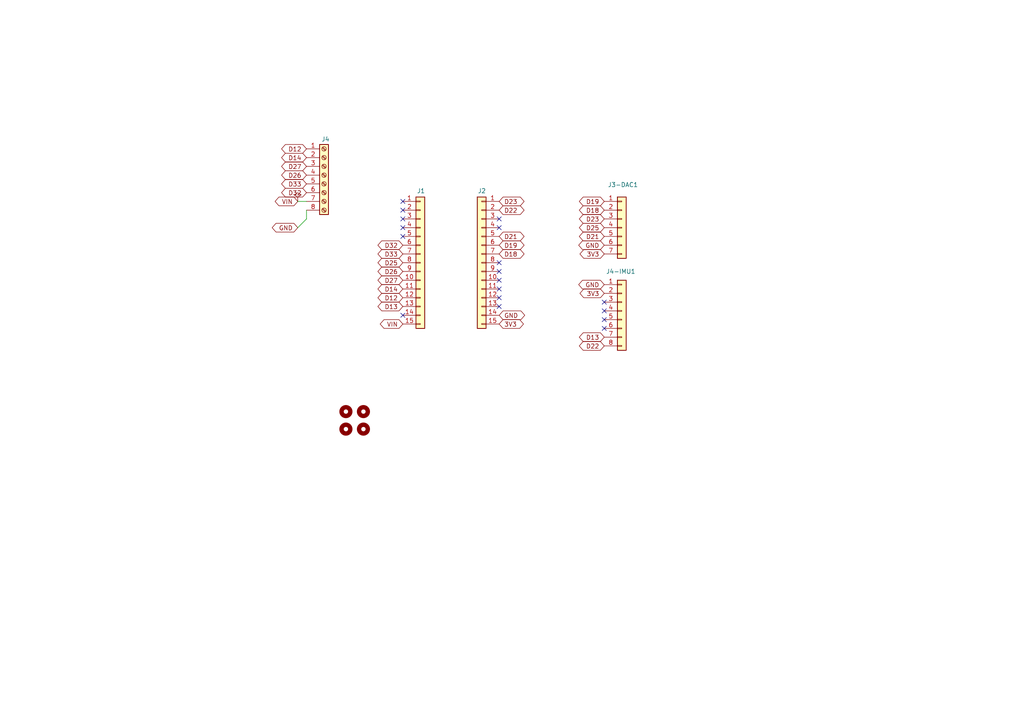
<source format=kicad_sch>
(kicad_sch (version 20250114) (generator "eeschema") (generator_version "9.0")
  (paper "A4")
  (lib_symbols
    (symbol "Connector:Screw_Terminal_01x08" (pin_names (offset 1.016) (hide yes))
      (property "Reference" "J" (at 0 10.16 0))
      (property "Value" "Screw_Terminal_01x08" (at 0 -12.7 0))
      (symbol "Screw_Terminal_01x08_1_1"
        (rectangle (start -1.27 8.89) (end 1.27 -11.43) (stroke (width 0.254)) (fill (type background)))
        (polyline (pts (xy -0.5334 7.9502) (xy 0.3302 7.112)) (stroke (width 0.1524)))
        (polyline (pts (xy -0.5334 5.4102) (xy 0.3302 4.572)) (stroke (width 0.1524)))
        (polyline (pts (xy -0.5334 2.8702) (xy 0.3302 2.032)) (stroke (width 0.1524)))
        (polyline (pts (xy -0.5334 0.3302) (xy 0.3302 -0.508)) (stroke (width 0.1524)))
        (polyline (pts (xy -0.5334 -2.2098) (xy 0.3302 -3.048)) (stroke (width 0.1524)))
        (polyline (pts (xy -0.5334 -4.7498) (xy 0.3302 -5.588)) (stroke (width 0.1524)))
        (polyline (pts (xy -0.5334 -7.2898) (xy 0.3302 -8.128)) (stroke (width 0.1524)))
        (polyline (pts (xy -0.5334 -9.8298) (xy 0.3302 -10.668)) (stroke (width 0.1524)))
        (polyline (pts (xy -0.3556 8.128) (xy 0.508 7.2898)) (stroke (width 0.1524)))
        (polyline (pts (xy -0.3556 5.588) (xy 0.508 4.7498)) (stroke (width 0.1524)))
        (polyline (pts (xy -0.3556 3.048) (xy 0.508 2.2098)) (stroke (width 0.1524)))
        (polyline (pts (xy -0.3556 0.508) (xy 0.508 -0.3302)) (stroke (width 0.1524)))
        (polyline (pts (xy -0.3556 -2.032) (xy 0.508 -2.8702)) (stroke (width 0.1524)))
        (polyline (pts (xy -0.3556 -4.572) (xy 0.508 -5.4102)) (stroke (width 0.1524)))
        (polyline (pts (xy -0.3556 -7.112) (xy 0.508 -7.9502)) (stroke (width 0.1524)))
        (polyline (pts (xy -0.3556 -9.652) (xy 0.508 -10.4902)) (stroke (width 0.1524)))
        (circle (center 0 7.62) (radius 0.635) (stroke (width 0.1524)))
        (circle (center 0 5.08) (radius 0.635) (stroke (width 0.1524)))
        (circle (center 0 2.54) (radius 0.635) (stroke (width 0.1524)))
        (circle (center 0 0) (radius 0.635) (stroke (width 0.1524)))
        (circle (center 0 -2.54) (radius 0.635) (stroke (width 0.1524)))
        (circle (center 0 -5.08) (radius 0.635) (stroke (width 0.1524)))
        (circle (center 0 -7.62) (radius 0.635) (stroke (width 0.1524)))
        (circle (center 0 -10.16) (radius 0.635) (stroke (width 0.1524)))
        (pin passive line (at -5.08 7.62 0) (length 3.81) (name "Pin_1") (number "1"))
        (pin passive line (at -5.08 5.08 0) (length 3.81) (name "Pin_2") (number "2"))
        (pin passive line (at -5.08 2.54 0) (length 3.81) (name "Pin_3") (number "3"))
        (pin passive line (at -5.08 0 0) (length 3.81) (name "Pin_4") (number "4"))
        (pin passive line (at -5.08 -2.54 0) (length 3.81) (name "Pin_5") (number "5"))
        (pin passive line (at -5.08 -5.08 0) (length 3.81) (name "Pin_6") (number "6"))
        (pin passive line (at -5.08 -7.62 0) (length 3.81) (name "Pin_7") (number "7"))
        (pin passive line (at -5.08 -10.16 0) (length 3.81) (name "Pin_8") (number "8"))
      )
    )
    (symbol "Connector_Generic:Conn_01x07" (pin_names (offset 1.016) (hide yes))
      (property "Reference" "J" (at 0 10.16 0))
      (property "Value" "Conn_01x07" (at 0 -10.16 0))
      (symbol "Conn_01x07_1_1"
        (rectangle (start -1.27 8.89) (end 1.27 -8.89) (stroke (width 0.254)) (fill (type background)))
        (rectangle (start -1.27 7.747) (end 0 7.493) (stroke (width 0.1524)))
        (rectangle (start -1.27 5.207) (end 0 4.953) (stroke (width 0.1524)))
        (rectangle (start -1.27 2.667) (end 0 2.413) (stroke (width 0.1524)))
        (rectangle (start -1.27 0.127) (end 0 -0.127) (stroke (width 0.1524)))
        (rectangle (start -1.27 -2.413) (end 0 -2.667) (stroke (width 0.1524)))
        (rectangle (start -1.27 -4.953) (end 0 -5.207) (stroke (width 0.1524)))
        (rectangle (start -1.27 -7.493) (end 0 -7.747) (stroke (width 0.1524)))
        (pin passive line (at -5.08 7.62 0) (length 3.81) (name "Pin_1") (number "1"))
        (pin passive line (at -5.08 5.08 0) (length 3.81) (name "Pin_2") (number "2"))
        (pin passive line (at -5.08 2.54 0) (length 3.81) (name "Pin_3") (number "3"))
        (pin passive line (at -5.08 0 0) (length 3.81) (name "Pin_4") (number "4"))
        (pin passive line (at -5.08 -2.54 0) (length 3.81) (name "Pin_5") (number "5"))
        (pin passive line (at -5.08 -5.08 0) (length 3.81) (name "Pin_6") (number "6"))
        (pin passive line (at -5.08 -7.62 0) (length 3.81) (name "Pin_7") (number "7"))
      )
    )
    (symbol "Connector_Generic:Conn_01x08" (pin_names (offset 1.016) (hide yes))
      (property "Reference" "J" (at 0 10.16 0))
      (property "Value" "Conn_01x08" (at 0 -12.7 0))
      (symbol "Conn_01x08_1_1"
        (rectangle (start -1.27 8.89) (end 1.27 -11.43) (stroke (width 0.254)) (fill (type background)))
        (rectangle (start -1.27 7.747) (end 0 7.493) (stroke (width 0.1524)))
        (rectangle (start -1.27 5.207) (end 0 4.953) (stroke (width 0.1524)))
        (rectangle (start -1.27 2.667) (end 0 2.413) (stroke (width 0.1524)))
        (rectangle (start -1.27 0.127) (end 0 -0.127) (stroke (width 0.1524)))
        (rectangle (start -1.27 -2.413) (end 0 -2.667) (stroke (width 0.1524)))
        (rectangle (start -1.27 -4.953) (end 0 -5.207) (stroke (width 0.1524)))
        (rectangle (start -1.27 -7.493) (end 0 -7.747) (stroke (width 0.1524)))
        (rectangle (start -1.27 -10.033) (end 0 -10.287) (stroke (width 0.1524)))
        (pin passive line (at -5.08 7.62 0) (length 3.81) (name "Pin_1") (number "1"))
        (pin passive line (at -5.08 5.08 0) (length 3.81) (name "Pin_2") (number "2"))
        (pin passive line (at -5.08 2.54 0) (length 3.81) (name "Pin_3") (number "3"))
        (pin passive line (at -5.08 0 0) (length 3.81) (name "Pin_4") (number "4"))
        (pin passive line (at -5.08 -2.54 0) (length 3.81) (name "Pin_5") (number "5"))
        (pin passive line (at -5.08 -5.08 0) (length 3.81) (name "Pin_6") (number "6"))
        (pin passive line (at -5.08 -7.62 0) (length 3.81) (name "Pin_7") (number "7"))
        (pin passive line (at -5.08 -10.16 0) (length 3.81) (name "Pin_8") (number "8"))
      )
    )
    (symbol "Connector_Generic:Conn_01x15" (pin_names (offset 1.016) (hide yes))
      (property "Reference" "J" (at 0 20.32 0))
      (property "Value" "Conn_01x15" (at 0 -20.32 0))
      (symbol "Conn_01x15_1_1"
        (rectangle (start -1.27 19.05) (end 1.27 -19.05) (stroke (width 0.254)) (fill (type background)))
        (rectangle (start -1.27 17.907) (end 0 17.653) (stroke (width 0.1524)))
        (rectangle (start -1.27 15.367) (end 0 15.113) (stroke (width 0.1524)))
        (rectangle (start -1.27 12.827) (end 0 12.573) (stroke (width 0.1524)))
        (rectangle (start -1.27 10.287) (end 0 10.033) (stroke (width 0.1524)))
        (rectangle (start -1.27 7.747) (end 0 7.493) (stroke (width 0.1524)))
        (rectangle (start -1.27 5.207) (end 0 4.953) (stroke (width 0.1524)))
        (rectangle (start -1.27 2.667) (end 0 2.413) (stroke (width 0.1524)))
        (rectangle (start -1.27 0.127) (end 0 -0.127) (stroke (width 0.1524)))
        (rectangle (start -1.27 -2.413) (end 0 -2.667) (stroke (width 0.1524)))
        (rectangle (start -1.27 -4.953) (end 0 -5.207) (stroke (width 0.1524)))
        (rectangle (start -1.27 -7.493) (end 0 -7.747) (stroke (width 0.1524)))
        (rectangle (start -1.27 -10.033) (end 0 -10.287) (stroke (width 0.1524)))
        (rectangle (start -1.27 -12.573) (end 0 -12.827) (stroke (width 0.1524)))
        (rectangle (start -1.27 -15.113) (end 0 -15.367) (stroke (width 0.1524)))
        (rectangle (start -1.27 -17.653) (end 0 -17.907) (stroke (width 0.1524)))
        (pin passive line (at -5.08 17.78 0) (length 3.81) (name "Pin_1") (number "1"))
        (pin passive line (at -5.08 15.24 0) (length 3.81) (name "Pin_2") (number "2"))
        (pin passive line (at -5.08 12.7 0) (length 3.81) (name "Pin_3") (number "3"))
        (pin passive line (at -5.08 10.16 0) (length 3.81) (name "Pin_4") (number "4"))
        (pin passive line (at -5.08 7.62 0) (length 3.81) (name "Pin_5") (number "5"))
        (pin passive line (at -5.08 5.08 0) (length 3.81) (name "Pin_6") (number "6"))
        (pin passive line (at -5.08 2.54 0) (length 3.81) (name "Pin_7") (number "7"))
        (pin passive line (at -5.08 0 0) (length 3.81) (name "Pin_8") (number "8"))
        (pin passive line (at -5.08 -2.54 0) (length 3.81) (name "Pin_9") (number "9"))
        (pin passive line (at -5.08 -5.08 0) (length 3.81) (name "Pin_10") (number "10"))
        (pin passive line (at -5.08 -7.62 0) (length 3.81) (name "Pin_11") (number "11"))
        (pin passive line (at -5.08 -10.16 0) (length 3.81) (name "Pin_12") (number "12"))
        (pin passive line (at -5.08 -12.7 0) (length 3.81) (name "Pin_13") (number "13"))
        (pin passive line (at -5.08 -15.24 0) (length 3.81) (name "Pin_14") (number "14"))
        (pin passive line (at -5.08 -17.78 0) (length 3.81) (name "Pin_15") (number "15"))
      )
    )
    (symbol "Mechanical:MountingHole" (pin_names (offset 1.016)) (in_bom no)
      (property "Reference" "H" (at 0 5.08 0))
      (property "Value" "MountingHole" (at 0 3.175 0))
      (symbol "MountingHole_0_1"
        (circle (center 0 0) (radius 1.27) (stroke (width 1.27)))
      )
    )
    (symbol "power:PWR_FLAG" (power) (pin_numbers (hide yes)) (pin_names (offset 0) (hide yes))
      (property "Value" "PWR_FLAG" (at 0 3.81 0))
      (symbol "PWR_FLAG_0_0"
        (pin power_out line (at 0 0 90) (length 0) (name "~") (number "1"))
      )
      (symbol "PWR_FLAG_0_1"
        (polyline (pts (xy 0 0) (xy 0 1.27) (xy -1.016 1.905) (xy 0 2.54) (xy 1.016 1.905) (xy 0 1.27)))
      )
    )
  )
  (no_connect (at 116.84 60.96))
  (no_connect (at 116.84 58.42))
  (no_connect (at 116.84 63.5))
  (no_connect (at 175.26 95.25))
  (no_connect (at 144.78 86.36))
  (no_connect (at 116.84 66.04))
  (no_connect (at 144.78 76.2))
  (no_connect (at 144.78 63.5))
  (no_connect (at 116.84 68.58))
  (no_connect (at 116.84 91.44))
  (no_connect (at 144.78 83.82))
  (no_connect (at 175.26 90.17))
  (no_connect (at 144.78 81.28))
  (no_connect (at 175.26 87.63))
  (no_connect (at 144.78 78.74))
  (no_connect (at 175.26 92.71))
  (no_connect (at 144.78 88.9))
  (no_connect (at 144.78 66.04))
  (wire (pts (xy 86.36 58.42) (xy 88.9 58.42)))
  (wire (pts (xy 88.9 60.96) (xy 88.9 63.5)))
  (wire (pts (xy 88.9 63.5) (xy 86.36 66.04)))
  (global_label "D21" (shape bidirectional) (at 144.78 68.58 0) (property "Intersheetrefs" "${INTERSHEET_REFS}" (effects (hide yes))))
  (global_label "D33" (shape bidirectional) (at 116.84 73.66 180) (property "Intersheetrefs" "${INTERSHEET_REFS}" (effects (hide yes))))
  (global_label "D19" (shape bidirectional) (at 144.78 71.12 0) (property "Intersheetrefs" "${INTERSHEET_REFS}" (effects (hide yes))))
  (global_label "D22" (shape bidirectional) (at 144.78 60.96 0) (property "Intersheetrefs" "${INTERSHEET_REFS}" (effects (hide yes))))
  (global_label "D21" (shape bidirectional) (at 175.26 68.58 180) (property "Intersheetrefs" "${INTERSHEET_REFS}" (effects (hide yes))))
  (global_label "D25" (shape bidirectional) (at 116.84 76.2 180) (property "Intersheetrefs" "${INTERSHEET_REFS}" (effects (hide yes))))
  (global_label "D18" (shape bidirectional) (at 144.78 73.66 0) (property "Intersheetrefs" "${INTERSHEET_REFS}" (effects (hide yes))))
  (global_label "D26" (shape bidirectional) (at 88.9 50.8 180) (property "Intersheetrefs" "${INTERSHEET_REFS}" (effects (hide yes))))
  (global_label "D25" (shape bidirectional) (at 175.26 66.04 180) (property "Intersheetrefs" "${INTERSHEET_REFS}" (effects (hide yes))))
  (global_label "3V3" (shape bidirectional) (at 175.26 73.66 180) (property "Intersheetrefs" "${INTERSHEET_REFS}" (effects (hide yes))))
  (global_label "VIN" (shape bidirectional) (at 116.84 93.98 180) (property "Intersheetrefs" "${INTERSHEET_REFS}" (effects (hide yes))))
  (global_label "D27" (shape bidirectional) (at 116.84 81.28 180) (property "Intersheetrefs" "${INTERSHEET_REFS}" (effects (hide yes))))
  (global_label "D22" (shape bidirectional) (at 175.26 100.33 180) (property "Intersheetrefs" "${INTERSHEET_REFS}" (effects (hide yes))))
  (global_label "D32" (shape bidirectional) (at 116.84 71.12 180) (property "Intersheetrefs" "${INTERSHEET_REFS}" (effects (hide yes))))
  (global_label "D13" (shape bidirectional) (at 116.84 88.9 180) (property "Intersheetrefs" "${INTERSHEET_REFS}" (effects (hide yes))))
  (global_label "3V3" (shape bidirectional) (at 175.26 85.09 180) (property "Intersheetrefs" "${INTERSHEET_REFS}" (effects (hide yes))))
  (global_label "D23" (shape bidirectional) (at 175.26 63.5 180) (property "Intersheetrefs" "${INTERSHEET_REFS}" (effects (hide yes))))
  (global_label "GND" (shape bidirectional) (at 175.26 82.55 180) (property "Intersheetrefs" "${INTERSHEET_REFS}" (effects (hide yes))))
  (global_label "D18" (shape bidirectional) (at 175.26 60.96 180) (property "Intersheetrefs" "${INTERSHEET_REFS}" (effects (hide yes))))
  (global_label "D13" (shape bidirectional) (at 175.26 97.79 180) (property "Intersheetrefs" "${INTERSHEET_REFS}" (effects (hide yes))))
  (global_label "D32" (shape bidirectional) (at 88.9 55.88 180) (property "Intersheetrefs" "${INTERSHEET_REFS}" (effects (hide yes))))
  (global_label "VIN" (shape bidirectional) (at 86.36 58.42 180) (property "Intersheetrefs" "${INTERSHEET_REFS}" (effects (hide yes))))
  (global_label "GND" (shape bidirectional) (at 144.78 91.44 0) (property "Intersheetrefs" "${INTERSHEET_REFS}" (effects (hide yes))))
  (global_label "3V3" (shape bidirectional) (at 144.78 93.98 0) (property "Intersheetrefs" "${INTERSHEET_REFS}" (effects (hide yes))))
  (global_label "D27" (shape bidirectional) (at 88.9 48.26 180) (property "Intersheetrefs" "${INTERSHEET_REFS}" (effects (hide yes))))
  (global_label "D33" (shape bidirectional) (at 88.9 53.34 180) (property "Intersheetrefs" "${INTERSHEET_REFS}" (effects (hide yes))))
  (global_label "GND" (shape bidirectional) (at 86.36 66.04 180) (property "Intersheetrefs" "${INTERSHEET_REFS}" (effects (hide yes))))
  (global_label "D19" (shape bidirectional) (at 175.26 58.42 180) (property "Intersheetrefs" "${INTERSHEET_REFS}" (effects (hide yes))))
  (global_label "D26" (shape bidirectional) (at 116.84 78.74 180) (property "Intersheetrefs" "${INTERSHEET_REFS}" (effects (hide yes))))
  (global_label "D14" (shape bidirectional) (at 116.84 83.82 180) (property "Intersheetrefs" "${INTERSHEET_REFS}" (effects (hide yes))))
  (global_label "D12" (shape bidirectional) (at 88.9 43.18 180) (property "Intersheetrefs" "${INTERSHEET_REFS}" (effects (hide yes))))
  (global_label "D23" (shape bidirectional) (at 144.78 58.42 0) (property "Intersheetrefs" "${INTERSHEET_REFS}" (effects (hide yes))))
  (global_label "D12" (shape bidirectional) (at 116.84 86.36 180) (property "Intersheetrefs" "${INTERSHEET_REFS}" (effects (hide yes))))
  (global_label "GND" (shape bidirectional) (at 175.26 71.12 180) (property "Intersheetrefs" "${INTERSHEET_REFS}" (effects (hide yes))))
  (global_label "D14" (shape bidirectional) (at 88.9 45.72 180) (property "Intersheetrefs" "${INTERSHEET_REFS}" (effects (hide yes))))
  (symbol (lib_id "Connector:Screw_Terminal_01x08") (at 93.98 50.8 0) (unit 1)
    (property "Reference" "J4" (at 93.218 40.386 0) (effects (justify left)))
    (property "Value" "Screw_Terminal_01x08" (effects (hide yes)))
    (property "Footprint" "TerminalBlock_Phoenix:TerminalBlock_Phoenix_PT-1,5-8-3.5-H_1x08_P3.50mm_Horizontal" (effects (hide yes)))
    (property "Description" "Generic screw terminal, single row, 01x08, script generated (kicad-library-utils/schlib/autogen/connector/)" (effects (hide yes)))
  )
  (symbol (lib_id "Connector_Generic:Conn_01x07") (at 180.34 66.04 0) (unit 1)
    (property "Reference" "J3-DAC1" (at 176.276 53.594 0) (effects (justify left)))
    (property "Value" "Conn_01x07" (effects (hide yes)))
    (property "Footprint" "Connector_PinSocket_2.54mm:PinSocket_1x07_P2.54mm_Vertical" (effects (hide yes)))
    (property "Description" "Generic connector, single row, 01x07, script generated (kicad-library-utils/schlib/autogen/connector/)" (effects (hide yes)))
  )
  (symbol (lib_id "Mechanical:MountingHole") (at 105.41 124.46 0) (unit 1) (in_bom no)
    (property "Reference" "H3" (effects (hide yes)))
    (property "Value" "MountingHole" (effects (hide yes)))
    (property "Footprint" "MountingHole:MountingHole_3.2mm_M3" (effects (hide yes)))
    (property "Description" "Mounting Hole without connection" (effects (hide yes)))
  )
  (symbol (lib_id "Connector_Generic:Conn_01x15") (at 139.7 76.2 0) (mirror y) (unit 1)
    (property "Reference" "J2" (at 140.97 55.372 0) (effects (justify left)))
    (property "Value" "Conn_01x15" (effects (hide yes)))
    (property "Footprint" "Connector_PinSocket_2.54mm:PinSocket_1x15_P2.54mm_Vertical" (effects (hide yes)))
    (property "Description" "Generic connector, single row, 01x15, script generated (kicad-library-utils/schlib/autogen/connector/)" (effects (hide yes)))
  )
  (symbol (lib_id "Mechanical:MountingHole") (at 100.33 119.38 0) (unit 1) (in_bom no)
    (property "Reference" "H1" (effects (hide yes)))
    (property "Value" "MountingHole" (effects (hide yes)))
    (property "Footprint" "MountingHole:MountingHole_3.2mm_M3" (effects (hide yes)))
    (property "Description" "Mounting Hole without connection" (effects (hide yes)))
  )
  (symbol (lib_id "power:PWR_FLAG") (at 86.36 58.42 0) (unit 1)
    (property "Reference" "#FLG01" (effects (hide yes)))
    (property "Value" "PWR_FLAG" (effects (hide yes)))
    (property "Description" "Special symbol for telling ERC where power comes from" (effects (hide yes)))
  )
  (symbol (lib_id "Connector_Generic:Conn_01x08") (at 180.34 90.17 0) (unit 1)
    (property "Reference" "J4-IMU1" (at 175.768 78.74 0) (effects (justify left)))
    (property "Value" "Conn_01x08" (effects (hide yes)))
    (property "Footprint" "Connector_PinSocket_2.54mm:PinSocket_1x08_P2.54mm_Vertical" (effects (hide yes)))
    (property "Description" "Generic connector, single row, 01x08, script generated (kicad-library-utils/schlib/autogen/connector/)" (effects (hide yes)))
  )
  (symbol (lib_id "Mechanical:MountingHole") (at 100.33 124.46 0) (unit 1) (in_bom no)
    (property "Reference" "H2" (effects (hide yes)))
    (property "Value" "MountingHole" (effects (hide yes)))
    (property "Footprint" "MountingHole:MountingHole_3.2mm_M3" (effects (hide yes)))
    (property "Description" "Mounting Hole without connection" (effects (hide yes)))
  )
  (symbol (lib_id "Mechanical:MountingHole") (at 105.41 119.38 0) (unit 1) (in_bom no)
    (property "Reference" "H4" (effects (hide yes)))
    (property "Value" "MountingHole" (effects (hide yes)))
    (property "Footprint" "MountingHole:MountingHole_3.2mm_M3" (effects (hide yes)))
    (property "Description" "Mounting Hole without connection" (effects (hide yes)))
  )
  (symbol (lib_id "Connector_Generic:Conn_01x15") (at 121.92 76.2 0) (unit 1)
    (property "Reference" "J1" (at 120.904 55.372 0) (effects (justify left)))
    (property "Value" "Conn_01x15" (effects (hide yes)))
    (property "Footprint" "Connector_PinSocket_2.54mm:PinSocket_1x15_P2.54mm_Vertical" (effects (hide yes)))
    (property "Description" "Generic connector, single row, 01x15, script generated (kicad-library-utils/schlib/autogen/connector/)" (effects (hide yes)))
  )
)
</source>
